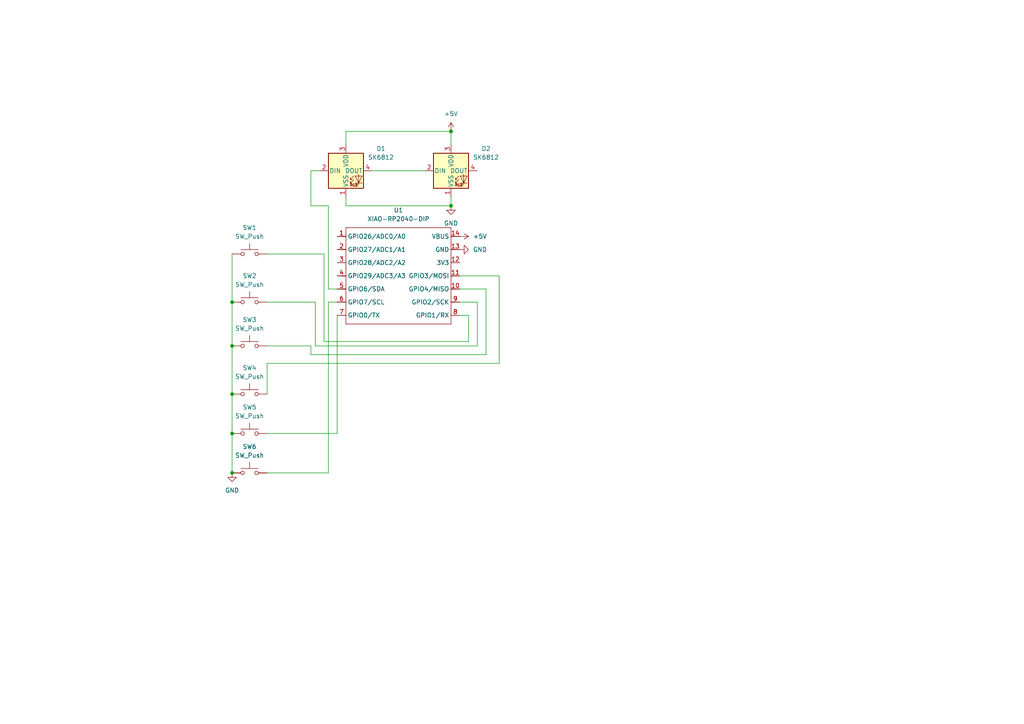
<source format=kicad_sch>
(kicad_sch
	(version 20250114)
	(generator "eeschema")
	(generator_version "9.0")
	(uuid "180e45a2-cbe3-43c9-8c2d-23fc14768ac9")
	(paper "A4")
	(lib_symbols
		(symbol "LED:SK6812"
			(pin_names
				(offset 0.254)
			)
			(exclude_from_sim no)
			(in_bom yes)
			(on_board yes)
			(property "Reference" "D"
				(at 5.08 5.715 0)
				(effects
					(font
						(size 1.27 1.27)
					)
					(justify right bottom)
				)
			)
			(property "Value" "SK6812"
				(at 1.27 -5.715 0)
				(effects
					(font
						(size 1.27 1.27)
					)
					(justify left top)
				)
			)
			(property "Footprint" "LED_SMD:LED_SK6812_PLCC4_5.0x5.0mm_P3.2mm"
				(at 1.27 -7.62 0)
				(effects
					(font
						(size 1.27 1.27)
					)
					(justify left top)
					(hide yes)
				)
			)
			(property "Datasheet" "https://cdn-shop.adafruit.com/product-files/1138/SK6812+LED+datasheet+.pdf"
				(at 2.54 -9.525 0)
				(effects
					(font
						(size 1.27 1.27)
					)
					(justify left top)
					(hide yes)
				)
			)
			(property "Description" "RGB LED with integrated controller"
				(at 0 0 0)
				(effects
					(font
						(size 1.27 1.27)
					)
					(hide yes)
				)
			)
			(property "ki_keywords" "RGB LED NeoPixel addressable"
				(at 0 0 0)
				(effects
					(font
						(size 1.27 1.27)
					)
					(hide yes)
				)
			)
			(property "ki_fp_filters" "LED*SK6812*PLCC*5.0x5.0mm*P3.2mm*"
				(at 0 0 0)
				(effects
					(font
						(size 1.27 1.27)
					)
					(hide yes)
				)
			)
			(symbol "SK6812_0_0"
				(text "RGB"
					(at 2.286 -4.191 0)
					(effects
						(font
							(size 0.762 0.762)
						)
					)
				)
			)
			(symbol "SK6812_0_1"
				(polyline
					(pts
						(xy 1.27 -2.54) (xy 1.778 -2.54)
					)
					(stroke
						(width 0)
						(type default)
					)
					(fill
						(type none)
					)
				)
				(polyline
					(pts
						(xy 1.27 -3.556) (xy 1.778 -3.556)
					)
					(stroke
						(width 0)
						(type default)
					)
					(fill
						(type none)
					)
				)
				(polyline
					(pts
						(xy 2.286 -1.524) (xy 1.27 -2.54) (xy 1.27 -2.032)
					)
					(stroke
						(width 0)
						(type default)
					)
					(fill
						(type none)
					)
				)
				(polyline
					(pts
						(xy 2.286 -2.54) (xy 1.27 -3.556) (xy 1.27 -3.048)
					)
					(stroke
						(width 0)
						(type default)
					)
					(fill
						(type none)
					)
				)
				(polyline
					(pts
						(xy 3.683 -1.016) (xy 3.683 -3.556) (xy 3.683 -4.064)
					)
					(stroke
						(width 0)
						(type default)
					)
					(fill
						(type none)
					)
				)
				(polyline
					(pts
						(xy 4.699 -1.524) (xy 2.667 -1.524) (xy 3.683 -3.556) (xy 4.699 -1.524)
					)
					(stroke
						(width 0)
						(type default)
					)
					(fill
						(type none)
					)
				)
				(polyline
					(pts
						(xy 4.699 -3.556) (xy 2.667 -3.556)
					)
					(stroke
						(width 0)
						(type default)
					)
					(fill
						(type none)
					)
				)
				(rectangle
					(start 5.08 5.08)
					(end -5.08 -5.08)
					(stroke
						(width 0.254)
						(type default)
					)
					(fill
						(type background)
					)
				)
			)
			(symbol "SK6812_1_1"
				(pin input line
					(at -7.62 0 0)
					(length 2.54)
					(name "DIN"
						(effects
							(font
								(size 1.27 1.27)
							)
						)
					)
					(number "2"
						(effects
							(font
								(size 1.27 1.27)
							)
						)
					)
				)
				(pin power_in line
					(at 0 7.62 270)
					(length 2.54)
					(name "VDD"
						(effects
							(font
								(size 1.27 1.27)
							)
						)
					)
					(number "3"
						(effects
							(font
								(size 1.27 1.27)
							)
						)
					)
				)
				(pin power_in line
					(at 0 -7.62 90)
					(length 2.54)
					(name "VSS"
						(effects
							(font
								(size 1.27 1.27)
							)
						)
					)
					(number "1"
						(effects
							(font
								(size 1.27 1.27)
							)
						)
					)
				)
				(pin output line
					(at 7.62 0 180)
					(length 2.54)
					(name "DOUT"
						(effects
							(font
								(size 1.27 1.27)
							)
						)
					)
					(number "4"
						(effects
							(font
								(size 1.27 1.27)
							)
						)
					)
				)
			)
			(embedded_fonts no)
		)
		(symbol "OPL Library:XIAO-RP2040-DIP"
			(exclude_from_sim no)
			(in_bom yes)
			(on_board yes)
			(property "Reference" "U"
				(at 0 0 0)
				(effects
					(font
						(size 1.27 1.27)
					)
				)
			)
			(property "Value" "XIAO-RP2040-DIP"
				(at 5.334 -1.778 0)
				(effects
					(font
						(size 1.27 1.27)
					)
				)
			)
			(property "Footprint" "Module:MOUDLE14P-XIAO-DIP-SMD"
				(at 14.478 -32.258 0)
				(effects
					(font
						(size 1.27 1.27)
					)
					(hide yes)
				)
			)
			(property "Datasheet" ""
				(at 0 0 0)
				(effects
					(font
						(size 1.27 1.27)
					)
					(hide yes)
				)
			)
			(property "Description" ""
				(at 0 0 0)
				(effects
					(font
						(size 1.27 1.27)
					)
					(hide yes)
				)
			)
			(symbol "XIAO-RP2040-DIP_1_0"
				(polyline
					(pts
						(xy -1.27 -2.54) (xy 29.21 -2.54)
					)
					(stroke
						(width 0.1524)
						(type solid)
					)
					(fill
						(type none)
					)
				)
				(polyline
					(pts
						(xy -1.27 -5.08) (xy -2.54 -5.08)
					)
					(stroke
						(width 0.1524)
						(type solid)
					)
					(fill
						(type none)
					)
				)
				(polyline
					(pts
						(xy -1.27 -5.08) (xy -1.27 -2.54)
					)
					(stroke
						(width 0.1524)
						(type solid)
					)
					(fill
						(type none)
					)
				)
				(polyline
					(pts
						(xy -1.27 -8.89) (xy -2.54 -8.89)
					)
					(stroke
						(width 0.1524)
						(type solid)
					)
					(fill
						(type none)
					)
				)
				(polyline
					(pts
						(xy -1.27 -8.89) (xy -1.27 -5.08)
					)
					(stroke
						(width 0.1524)
						(type solid)
					)
					(fill
						(type none)
					)
				)
				(polyline
					(pts
						(xy -1.27 -12.7) (xy -2.54 -12.7)
					)
					(stroke
						(width 0.1524)
						(type solid)
					)
					(fill
						(type none)
					)
				)
				(polyline
					(pts
						(xy -1.27 -12.7) (xy -1.27 -8.89)
					)
					(stroke
						(width 0.1524)
						(type solid)
					)
					(fill
						(type none)
					)
				)
				(polyline
					(pts
						(xy -1.27 -16.51) (xy -2.54 -16.51)
					)
					(stroke
						(width 0.1524)
						(type solid)
					)
					(fill
						(type none)
					)
				)
				(polyline
					(pts
						(xy -1.27 -16.51) (xy -1.27 -12.7)
					)
					(stroke
						(width 0.1524)
						(type solid)
					)
					(fill
						(type none)
					)
				)
				(polyline
					(pts
						(xy -1.27 -20.32) (xy -2.54 -20.32)
					)
					(stroke
						(width 0.1524)
						(type solid)
					)
					(fill
						(type none)
					)
				)
				(polyline
					(pts
						(xy -1.27 -24.13) (xy -2.54 -24.13)
					)
					(stroke
						(width 0.1524)
						(type solid)
					)
					(fill
						(type none)
					)
				)
				(polyline
					(pts
						(xy -1.27 -27.94) (xy -2.54 -27.94)
					)
					(stroke
						(width 0.1524)
						(type solid)
					)
					(fill
						(type none)
					)
				)
				(polyline
					(pts
						(xy -1.27 -30.48) (xy -1.27 -16.51)
					)
					(stroke
						(width 0.1524)
						(type solid)
					)
					(fill
						(type none)
					)
				)
				(polyline
					(pts
						(xy 29.21 -2.54) (xy 29.21 -5.08)
					)
					(stroke
						(width 0.1524)
						(type solid)
					)
					(fill
						(type none)
					)
				)
				(polyline
					(pts
						(xy 29.21 -5.08) (xy 29.21 -8.89)
					)
					(stroke
						(width 0.1524)
						(type solid)
					)
					(fill
						(type none)
					)
				)
				(polyline
					(pts
						(xy 29.21 -8.89) (xy 29.21 -12.7)
					)
					(stroke
						(width 0.1524)
						(type solid)
					)
					(fill
						(type none)
					)
				)
				(polyline
					(pts
						(xy 29.21 -12.7) (xy 29.21 -30.48)
					)
					(stroke
						(width 0.1524)
						(type solid)
					)
					(fill
						(type none)
					)
				)
				(polyline
					(pts
						(xy 29.21 -30.48) (xy -1.27 -30.48)
					)
					(stroke
						(width 0.1524)
						(type solid)
					)
					(fill
						(type none)
					)
				)
				(polyline
					(pts
						(xy 30.48 -5.08) (xy 29.21 -5.08)
					)
					(stroke
						(width 0.1524)
						(type solid)
					)
					(fill
						(type none)
					)
				)
				(polyline
					(pts
						(xy 30.48 -8.89) (xy 29.21 -8.89)
					)
					(stroke
						(width 0.1524)
						(type solid)
					)
					(fill
						(type none)
					)
				)
				(polyline
					(pts
						(xy 30.48 -12.7) (xy 29.21 -12.7)
					)
					(stroke
						(width 0.1524)
						(type solid)
					)
					(fill
						(type none)
					)
				)
				(polyline
					(pts
						(xy 30.48 -16.51) (xy 29.21 -16.51)
					)
					(stroke
						(width 0.1524)
						(type solid)
					)
					(fill
						(type none)
					)
				)
				(polyline
					(pts
						(xy 30.48 -20.32) (xy 29.21 -20.32)
					)
					(stroke
						(width 0.1524)
						(type solid)
					)
					(fill
						(type none)
					)
				)
				(polyline
					(pts
						(xy 30.48 -24.13) (xy 29.21 -24.13)
					)
					(stroke
						(width 0.1524)
						(type solid)
					)
					(fill
						(type none)
					)
				)
				(polyline
					(pts
						(xy 30.48 -27.94) (xy 29.21 -27.94)
					)
					(stroke
						(width 0.1524)
						(type solid)
					)
					(fill
						(type none)
					)
				)
				(pin passive line
					(at -3.81 -5.08 0)
					(length 2.54)
					(name "GPIO26/ADC0/A0"
						(effects
							(font
								(size 1.27 1.27)
							)
						)
					)
					(number "1"
						(effects
							(font
								(size 1.27 1.27)
							)
						)
					)
				)
				(pin passive line
					(at -3.81 -8.89 0)
					(length 2.54)
					(name "GPIO27/ADC1/A1"
						(effects
							(font
								(size 1.27 1.27)
							)
						)
					)
					(number "2"
						(effects
							(font
								(size 1.27 1.27)
							)
						)
					)
				)
				(pin passive line
					(at -3.81 -12.7 0)
					(length 2.54)
					(name "GPIO28/ADC2/A2"
						(effects
							(font
								(size 1.27 1.27)
							)
						)
					)
					(number "3"
						(effects
							(font
								(size 1.27 1.27)
							)
						)
					)
				)
				(pin passive line
					(at -3.81 -16.51 0)
					(length 2.54)
					(name "GPIO29/ADC3/A3"
						(effects
							(font
								(size 1.27 1.27)
							)
						)
					)
					(number "4"
						(effects
							(font
								(size 1.27 1.27)
							)
						)
					)
				)
				(pin passive line
					(at -3.81 -20.32 0)
					(length 2.54)
					(name "GPIO6/SDA"
						(effects
							(font
								(size 1.27 1.27)
							)
						)
					)
					(number "5"
						(effects
							(font
								(size 1.27 1.27)
							)
						)
					)
				)
				(pin passive line
					(at -3.81 -24.13 0)
					(length 2.54)
					(name "GPIO7/SCL"
						(effects
							(font
								(size 1.27 1.27)
							)
						)
					)
					(number "6"
						(effects
							(font
								(size 1.27 1.27)
							)
						)
					)
				)
				(pin passive line
					(at -3.81 -27.94 0)
					(length 2.54)
					(name "GPIO0/TX"
						(effects
							(font
								(size 1.27 1.27)
							)
						)
					)
					(number "7"
						(effects
							(font
								(size 1.27 1.27)
							)
						)
					)
				)
				(pin passive line
					(at 31.75 -5.08 180)
					(length 2.54)
					(name "VBUS"
						(effects
							(font
								(size 1.27 1.27)
							)
						)
					)
					(number "14"
						(effects
							(font
								(size 1.27 1.27)
							)
						)
					)
				)
				(pin passive line
					(at 31.75 -8.89 180)
					(length 2.54)
					(name "GND"
						(effects
							(font
								(size 1.27 1.27)
							)
						)
					)
					(number "13"
						(effects
							(font
								(size 1.27 1.27)
							)
						)
					)
				)
				(pin passive line
					(at 31.75 -12.7 180)
					(length 2.54)
					(name "3V3"
						(effects
							(font
								(size 1.27 1.27)
							)
						)
					)
					(number "12"
						(effects
							(font
								(size 1.27 1.27)
							)
						)
					)
				)
				(pin passive line
					(at 31.75 -16.51 180)
					(length 2.54)
					(name "GPIO3/MOSI"
						(effects
							(font
								(size 1.27 1.27)
							)
						)
					)
					(number "11"
						(effects
							(font
								(size 1.27 1.27)
							)
						)
					)
				)
				(pin passive line
					(at 31.75 -20.32 180)
					(length 2.54)
					(name "GPIO4/MISO"
						(effects
							(font
								(size 1.27 1.27)
							)
						)
					)
					(number "10"
						(effects
							(font
								(size 1.27 1.27)
							)
						)
					)
				)
				(pin passive line
					(at 31.75 -24.13 180)
					(length 2.54)
					(name "GPIO2/SCK"
						(effects
							(font
								(size 1.27 1.27)
							)
						)
					)
					(number "9"
						(effects
							(font
								(size 1.27 1.27)
							)
						)
					)
				)
				(pin passive line
					(at 31.75 -27.94 180)
					(length 2.54)
					(name "GPIO1/RX"
						(effects
							(font
								(size 1.27 1.27)
							)
						)
					)
					(number "8"
						(effects
							(font
								(size 1.27 1.27)
							)
						)
					)
				)
			)
			(embedded_fonts no)
		)
		(symbol "Switch:SW_Push"
			(pin_numbers
				(hide yes)
			)
			(pin_names
				(offset 1.016)
				(hide yes)
			)
			(exclude_from_sim no)
			(in_bom yes)
			(on_board yes)
			(property "Reference" "SW"
				(at 1.27 2.54 0)
				(effects
					(font
						(size 1.27 1.27)
					)
					(justify left)
				)
			)
			(property "Value" "SW_Push"
				(at 0 -1.524 0)
				(effects
					(font
						(size 1.27 1.27)
					)
				)
			)
			(property "Footprint" ""
				(at 0 5.08 0)
				(effects
					(font
						(size 1.27 1.27)
					)
					(hide yes)
				)
			)
			(property "Datasheet" "~"
				(at 0 5.08 0)
				(effects
					(font
						(size 1.27 1.27)
					)
					(hide yes)
				)
			)
			(property "Description" "Push button switch, generic, two pins"
				(at 0 0 0)
				(effects
					(font
						(size 1.27 1.27)
					)
					(hide yes)
				)
			)
			(property "ki_keywords" "switch normally-open pushbutton push-button"
				(at 0 0 0)
				(effects
					(font
						(size 1.27 1.27)
					)
					(hide yes)
				)
			)
			(symbol "SW_Push_0_1"
				(circle
					(center -2.032 0)
					(radius 0.508)
					(stroke
						(width 0)
						(type default)
					)
					(fill
						(type none)
					)
				)
				(polyline
					(pts
						(xy 0 1.27) (xy 0 3.048)
					)
					(stroke
						(width 0)
						(type default)
					)
					(fill
						(type none)
					)
				)
				(circle
					(center 2.032 0)
					(radius 0.508)
					(stroke
						(width 0)
						(type default)
					)
					(fill
						(type none)
					)
				)
				(polyline
					(pts
						(xy 2.54 1.27) (xy -2.54 1.27)
					)
					(stroke
						(width 0)
						(type default)
					)
					(fill
						(type none)
					)
				)
				(pin passive line
					(at -5.08 0 0)
					(length 2.54)
					(name "1"
						(effects
							(font
								(size 1.27 1.27)
							)
						)
					)
					(number "1"
						(effects
							(font
								(size 1.27 1.27)
							)
						)
					)
				)
				(pin passive line
					(at 5.08 0 180)
					(length 2.54)
					(name "2"
						(effects
							(font
								(size 1.27 1.27)
							)
						)
					)
					(number "2"
						(effects
							(font
								(size 1.27 1.27)
							)
						)
					)
				)
			)
			(embedded_fonts no)
		)
		(symbol "power:+5V"
			(power)
			(pin_numbers
				(hide yes)
			)
			(pin_names
				(offset 0)
				(hide yes)
			)
			(exclude_from_sim no)
			(in_bom yes)
			(on_board yes)
			(property "Reference" "#PWR"
				(at 0 -3.81 0)
				(effects
					(font
						(size 1.27 1.27)
					)
					(hide yes)
				)
			)
			(property "Value" "+5V"
				(at 0 3.556 0)
				(effects
					(font
						(size 1.27 1.27)
					)
				)
			)
			(property "Footprint" ""
				(at 0 0 0)
				(effects
					(font
						(size 1.27 1.27)
					)
					(hide yes)
				)
			)
			(property "Datasheet" ""
				(at 0 0 0)
				(effects
					(font
						(size 1.27 1.27)
					)
					(hide yes)
				)
			)
			(property "Description" "Power symbol creates a global label with name \"+5V\""
				(at 0 0 0)
				(effects
					(font
						(size 1.27 1.27)
					)
					(hide yes)
				)
			)
			(property "ki_keywords" "global power"
				(at 0 0 0)
				(effects
					(font
						(size 1.27 1.27)
					)
					(hide yes)
				)
			)
			(symbol "+5V_0_1"
				(polyline
					(pts
						(xy -0.762 1.27) (xy 0 2.54)
					)
					(stroke
						(width 0)
						(type default)
					)
					(fill
						(type none)
					)
				)
				(polyline
					(pts
						(xy 0 2.54) (xy 0.762 1.27)
					)
					(stroke
						(width 0)
						(type default)
					)
					(fill
						(type none)
					)
				)
				(polyline
					(pts
						(xy 0 0) (xy 0 2.54)
					)
					(stroke
						(width 0)
						(type default)
					)
					(fill
						(type none)
					)
				)
			)
			(symbol "+5V_1_1"
				(pin power_in line
					(at 0 0 90)
					(length 0)
					(name "~"
						(effects
							(font
								(size 1.27 1.27)
							)
						)
					)
					(number "1"
						(effects
							(font
								(size 1.27 1.27)
							)
						)
					)
				)
			)
			(embedded_fonts no)
		)
		(symbol "power:GND"
			(power)
			(pin_numbers
				(hide yes)
			)
			(pin_names
				(offset 0)
				(hide yes)
			)
			(exclude_from_sim no)
			(in_bom yes)
			(on_board yes)
			(property "Reference" "#PWR"
				(at 0 -6.35 0)
				(effects
					(font
						(size 1.27 1.27)
					)
					(hide yes)
				)
			)
			(property "Value" "GND"
				(at 0 -3.81 0)
				(effects
					(font
						(size 1.27 1.27)
					)
				)
			)
			(property "Footprint" ""
				(at 0 0 0)
				(effects
					(font
						(size 1.27 1.27)
					)
					(hide yes)
				)
			)
			(property "Datasheet" ""
				(at 0 0 0)
				(effects
					(font
						(size 1.27 1.27)
					)
					(hide yes)
				)
			)
			(property "Description" "Power symbol creates a global label with name \"GND\" , ground"
				(at 0 0 0)
				(effects
					(font
						(size 1.27 1.27)
					)
					(hide yes)
				)
			)
			(property "ki_keywords" "global power"
				(at 0 0 0)
				(effects
					(font
						(size 1.27 1.27)
					)
					(hide yes)
				)
			)
			(symbol "GND_0_1"
				(polyline
					(pts
						(xy 0 0) (xy 0 -1.27) (xy 1.27 -1.27) (xy 0 -2.54) (xy -1.27 -1.27) (xy 0 -1.27)
					)
					(stroke
						(width 0)
						(type default)
					)
					(fill
						(type none)
					)
				)
			)
			(symbol "GND_1_1"
				(pin power_in line
					(at 0 0 270)
					(length 0)
					(name "~"
						(effects
							(font
								(size 1.27 1.27)
							)
						)
					)
					(number "1"
						(effects
							(font
								(size 1.27 1.27)
							)
						)
					)
				)
			)
			(embedded_fonts no)
		)
	)
	(junction
		(at 67.31 137.16)
		(diameter 0)
		(color 0 0 0 0)
		(uuid "09a437d6-fa4d-4cda-9b56-5104d53f0d14")
	)
	(junction
		(at 67.31 114.3)
		(diameter 0)
		(color 0 0 0 0)
		(uuid "14c5aa6a-2441-4f5b-ac06-286cc2a22a66")
	)
	(junction
		(at 67.31 100.33)
		(diameter 0)
		(color 0 0 0 0)
		(uuid "51383e39-fbfd-4e9c-80b1-bc7b067152f9")
	)
	(junction
		(at 130.81 59.69)
		(diameter 0)
		(color 0 0 0 0)
		(uuid "7aed44ba-04cf-4252-90c7-447fcf44ba83")
	)
	(junction
		(at 67.31 87.63)
		(diameter 0)
		(color 0 0 0 0)
		(uuid "81fdc88c-7c54-42fd-a74e-fcfbba36faa2")
	)
	(junction
		(at 67.31 125.73)
		(diameter 0)
		(color 0 0 0 0)
		(uuid "f2ecb6d4-f5e3-4586-9810-e598a51724b4")
	)
	(junction
		(at 130.81 38.1)
		(diameter 0)
		(color 0 0 0 0)
		(uuid "ff9ef703-d155-4c37-a443-da1f4cf22454")
	)
	(wire
		(pts
			(xy 77.47 137.16) (xy 95.25 137.16)
		)
		(stroke
			(width 0)
			(type default)
		)
		(uuid "00c4a9d8-3962-43bb-a806-849b7a1f7b5e")
	)
	(wire
		(pts
			(xy 95.25 87.63) (xy 97.79 87.63)
		)
		(stroke
			(width 0)
			(type default)
		)
		(uuid "1322ee6f-7e6d-491d-97ee-1abe4b936cdb")
	)
	(wire
		(pts
			(xy 130.81 59.69) (xy 100.33 59.69)
		)
		(stroke
			(width 0)
			(type default)
		)
		(uuid "1c019dd9-73d8-4ec2-bc14-3e6e62face0b")
	)
	(wire
		(pts
			(xy 130.81 57.15) (xy 130.81 59.69)
		)
		(stroke
			(width 0)
			(type default)
		)
		(uuid "2132840e-8ed4-4ade-a208-90ed81fc1dda")
	)
	(wire
		(pts
			(xy 77.47 114.3) (xy 77.47 105.41)
		)
		(stroke
			(width 0)
			(type default)
		)
		(uuid "24c650cb-98fd-465a-a29e-54e84fa188be")
	)
	(wire
		(pts
			(xy 95.25 59.69) (xy 90.17 59.69)
		)
		(stroke
			(width 0)
			(type default)
		)
		(uuid "2503f6a8-21b0-4e81-9252-cd5238d50712")
	)
	(wire
		(pts
			(xy 93.98 73.66) (xy 77.47 73.66)
		)
		(stroke
			(width 0)
			(type default)
		)
		(uuid "2593524b-28b5-4852-9e88-51263c539a72")
	)
	(wire
		(pts
			(xy 144.78 80.01) (xy 133.35 80.01)
		)
		(stroke
			(width 0)
			(type default)
		)
		(uuid "28f66a65-8aba-427b-9152-ce73ee2f154b")
	)
	(wire
		(pts
			(xy 67.31 114.3) (xy 67.31 125.73)
		)
		(stroke
			(width 0)
			(type default)
		)
		(uuid "29ac66fd-7a07-43b4-a80c-c8237a3ce1e7")
	)
	(wire
		(pts
			(xy 90.17 100.33) (xy 90.17 102.87)
		)
		(stroke
			(width 0)
			(type default)
		)
		(uuid "3a44011e-4ab8-4f7e-a71b-41b36c0fee78")
	)
	(wire
		(pts
			(xy 144.78 105.41) (xy 144.78 80.01)
		)
		(stroke
			(width 0)
			(type default)
		)
		(uuid "3bbb4ee3-a95c-4d63-887f-2b2cc8598887")
	)
	(wire
		(pts
			(xy 67.31 73.66) (xy 67.31 87.63)
		)
		(stroke
			(width 0)
			(type default)
		)
		(uuid "4182cc59-8fb5-435b-8659-807742d79deb")
	)
	(wire
		(pts
			(xy 138.43 100.33) (xy 138.43 87.63)
		)
		(stroke
			(width 0)
			(type default)
		)
		(uuid "5465c3b4-093f-4206-92b2-6073d7723a49")
	)
	(wire
		(pts
			(xy 107.95 49.53) (xy 123.19 49.53)
		)
		(stroke
			(width 0)
			(type default)
		)
		(uuid "5ceff534-61d5-4c1f-bb6d-d85fac76bc6a")
	)
	(wire
		(pts
			(xy 100.33 41.91) (xy 100.33 38.1)
		)
		(stroke
			(width 0)
			(type default)
		)
		(uuid "5e527364-fbd9-4ebb-82d1-c4b7f9aa9086")
	)
	(wire
		(pts
			(xy 95.25 137.16) (xy 95.25 87.63)
		)
		(stroke
			(width 0)
			(type default)
		)
		(uuid "6457dd68-a521-4b19-bead-1f636e2c6561")
	)
	(wire
		(pts
			(xy 93.98 99.06) (xy 135.89 99.06)
		)
		(stroke
			(width 0)
			(type default)
		)
		(uuid "64b5c1bf-b1e2-4845-ac0f-2679fca7912e")
	)
	(wire
		(pts
			(xy 95.25 83.82) (xy 95.25 59.69)
		)
		(stroke
			(width 0)
			(type default)
		)
		(uuid "6f18bed0-5500-4a47-8e97-712a5011d03a")
	)
	(wire
		(pts
			(xy 91.44 100.33) (xy 138.43 100.33)
		)
		(stroke
			(width 0)
			(type default)
		)
		(uuid "709cf889-6ccc-43e4-9125-b22232082f90")
	)
	(wire
		(pts
			(xy 93.98 73.66) (xy 93.98 99.06)
		)
		(stroke
			(width 0)
			(type default)
		)
		(uuid "7243bd00-d7b1-477f-a1f1-470dbcf10bc6")
	)
	(wire
		(pts
			(xy 135.89 91.44) (xy 133.35 91.44)
		)
		(stroke
			(width 0)
			(type default)
		)
		(uuid "730eb410-77f6-4d52-9d41-d7f54aab6da8")
	)
	(wire
		(pts
			(xy 140.97 102.87) (xy 140.97 83.82)
		)
		(stroke
			(width 0)
			(type default)
		)
		(uuid "7ca4d67a-a556-4a01-a548-4886900ebb3a")
	)
	(wire
		(pts
			(xy 135.89 99.06) (xy 135.89 91.44)
		)
		(stroke
			(width 0)
			(type default)
		)
		(uuid "807ce7d2-ca12-49bd-b6d0-3cb5aec43752")
	)
	(wire
		(pts
			(xy 90.17 102.87) (xy 140.97 102.87)
		)
		(stroke
			(width 0)
			(type default)
		)
		(uuid "919ea5b6-4619-4cc7-beef-80d2f4aaa7fb")
	)
	(wire
		(pts
			(xy 97.79 83.82) (xy 95.25 83.82)
		)
		(stroke
			(width 0)
			(type default)
		)
		(uuid "9241fc75-7d7e-46cd-984e-4954c08ee960")
	)
	(wire
		(pts
			(xy 97.79 125.73) (xy 97.79 91.44)
		)
		(stroke
			(width 0)
			(type default)
		)
		(uuid "9b877506-87f8-4dae-a4b7-f89117e3ccf6")
	)
	(wire
		(pts
			(xy 133.35 87.63) (xy 138.43 87.63)
		)
		(stroke
			(width 0)
			(type default)
		)
		(uuid "a0e956ac-36ee-4ab1-aa75-bfcb15788477")
	)
	(wire
		(pts
			(xy 77.47 105.41) (xy 144.78 105.41)
		)
		(stroke
			(width 0)
			(type default)
		)
		(uuid "a98d2e22-9a0b-4426-861f-4ec8c22fe210")
	)
	(wire
		(pts
			(xy 90.17 59.69) (xy 90.17 49.53)
		)
		(stroke
			(width 0)
			(type default)
		)
		(uuid "ab9b754c-65ff-40e2-8f13-475eb4257454")
	)
	(wire
		(pts
			(xy 91.44 87.63) (xy 91.44 100.33)
		)
		(stroke
			(width 0)
			(type default)
		)
		(uuid "af448ae3-5af4-4f5c-ab57-37df7343efe7")
	)
	(wire
		(pts
			(xy 133.35 83.82) (xy 140.97 83.82)
		)
		(stroke
			(width 0)
			(type default)
		)
		(uuid "b7525082-e9b5-4df5-b6bc-77ff76731917")
	)
	(wire
		(pts
			(xy 67.31 114.3) (xy 67.31 100.33)
		)
		(stroke
			(width 0)
			(type default)
		)
		(uuid "c563ef4d-406a-4263-ba4a-811f0fe2f869")
	)
	(wire
		(pts
			(xy 130.81 38.1) (xy 130.81 41.91)
		)
		(stroke
			(width 0)
			(type default)
		)
		(uuid "cb4664a7-af8d-40e7-81f6-37dd910d6adb")
	)
	(wire
		(pts
			(xy 77.47 125.73) (xy 97.79 125.73)
		)
		(stroke
			(width 0)
			(type default)
		)
		(uuid "cb7dc32d-19dd-46b3-9aab-cc13c79bf06c")
	)
	(wire
		(pts
			(xy 100.33 38.1) (xy 130.81 38.1)
		)
		(stroke
			(width 0)
			(type default)
		)
		(uuid "cb84408b-0074-4d63-bf37-3db95eb45cba")
	)
	(wire
		(pts
			(xy 77.47 87.63) (xy 91.44 87.63)
		)
		(stroke
			(width 0)
			(type default)
		)
		(uuid "d51fa08d-71a0-49b3-a812-427b329eb045")
	)
	(wire
		(pts
			(xy 67.31 87.63) (xy 67.31 100.33)
		)
		(stroke
			(width 0)
			(type default)
		)
		(uuid "da90e6a6-e616-4e34-835c-60caacb995b8")
	)
	(wire
		(pts
			(xy 90.17 49.53) (xy 92.71 49.53)
		)
		(stroke
			(width 0)
			(type default)
		)
		(uuid "df3fed34-e972-4b0e-a80b-23ac6500a1eb")
	)
	(wire
		(pts
			(xy 77.47 100.33) (xy 90.17 100.33)
		)
		(stroke
			(width 0)
			(type default)
		)
		(uuid "e021af35-ed94-4a1d-a3b0-b812dcf8ca06")
	)
	(wire
		(pts
			(xy 100.33 57.15) (xy 100.33 59.69)
		)
		(stroke
			(width 0)
			(type default)
		)
		(uuid "ebb98d26-7af5-4341-a579-7c03593ecf19")
	)
	(wire
		(pts
			(xy 67.31 137.16) (xy 67.31 125.73)
		)
		(stroke
			(width 0)
			(type default)
		)
		(uuid "f4d6a1bb-0d63-4132-8fe6-dff6cfa77d29")
	)
	(symbol
		(lib_id "power:GND")
		(at 67.31 137.16 0)
		(unit 1)
		(exclude_from_sim no)
		(in_bom yes)
		(on_board yes)
		(dnp no)
		(fields_autoplaced yes)
		(uuid "018c2c6d-09f7-4e45-902b-fe6040592bec")
		(property "Reference" "#PWR03"
			(at 67.31 143.51 0)
			(effects
				(font
					(size 1.27 1.27)
				)
				(hide yes)
			)
		)
		(property "Value" "GND"
			(at 67.31 142.24 0)
			(effects
				(font
					(size 1.27 1.27)
				)
			)
		)
		(property "Footprint" ""
			(at 67.31 137.16 0)
			(effects
				(font
					(size 1.27 1.27)
				)
				(hide yes)
			)
		)
		(property "Datasheet" ""
			(at 67.31 137.16 0)
			(effects
				(font
					(size 1.27 1.27)
				)
				(hide yes)
			)
		)
		(property "Description" "Power symbol creates a global label with name \"GND\" , ground"
			(at 67.31 137.16 0)
			(effects
				(font
					(size 1.27 1.27)
				)
				(hide yes)
			)
		)
		(pin "1"
			(uuid "0c16ee7e-d96d-44ce-8ecb-dcdfd2016f6b")
		)
		(instances
			(project ""
				(path "/180e45a2-cbe3-43c9-8c2d-23fc14768ac9"
					(reference "#PWR03")
					(unit 1)
				)
			)
		)
	)
	(symbol
		(lib_id "Switch:SW_Push")
		(at 72.39 114.3 0)
		(unit 1)
		(exclude_from_sim no)
		(in_bom yes)
		(on_board yes)
		(dnp no)
		(fields_autoplaced yes)
		(uuid "02b61dfa-221d-4ea7-82ac-2bd40222f48e")
		(property "Reference" "SW4"
			(at 72.39 106.68 0)
			(effects
				(font
					(size 1.27 1.27)
				)
			)
		)
		(property "Value" "SW_Push"
			(at 72.39 109.22 0)
			(effects
				(font
					(size 1.27 1.27)
				)
			)
		)
		(property "Footprint" "Button_Switch_Keyboard:SW_Cherry_MX_1.00u_PCB"
			(at 72.39 109.22 0)
			(effects
				(font
					(size 1.27 1.27)
				)
				(hide yes)
			)
		)
		(property "Datasheet" "~"
			(at 72.39 109.22 0)
			(effects
				(font
					(size 1.27 1.27)
				)
				(hide yes)
			)
		)
		(property "Description" "Push button switch, generic, two pins"
			(at 72.39 114.3 0)
			(effects
				(font
					(size 1.27 1.27)
				)
				(hide yes)
			)
		)
		(pin "2"
			(uuid "0535fc71-075d-445b-8998-f8b3e52b9c0c")
		)
		(pin "1"
			(uuid "9b944d4d-a70d-477f-8850-baa1bd3dd293")
		)
		(instances
			(project ""
				(path "/180e45a2-cbe3-43c9-8c2d-23fc14768ac9"
					(reference "SW4")
					(unit 1)
				)
			)
		)
	)
	(symbol
		(lib_id "LED:SK6812")
		(at 100.33 49.53 0)
		(unit 1)
		(exclude_from_sim no)
		(in_bom yes)
		(on_board yes)
		(dnp no)
		(fields_autoplaced yes)
		(uuid "11f1c95c-6ea3-436d-a0d3-4ad02e5543b0")
		(property "Reference" "D1"
			(at 110.49 43.1098 0)
			(effects
				(font
					(size 1.27 1.27)
				)
			)
		)
		(property "Value" "SK6812"
			(at 110.49 45.6498 0)
			(effects
				(font
					(size 1.27 1.27)
				)
			)
		)
		(property "Footprint" "LED_SMD:LED_SK6812MINI_PLCC4_3.5x3.5mm_P1.75mm"
			(at 101.6 57.15 0)
			(effects
				(font
					(size 1.27 1.27)
				)
				(justify left top)
				(hide yes)
			)
		)
		(property "Datasheet" "https://cdn-shop.adafruit.com/product-files/1138/SK6812+LED+datasheet+.pdf"
			(at 102.87 59.055 0)
			(effects
				(font
					(size 1.27 1.27)
				)
				(justify left top)
				(hide yes)
			)
		)
		(property "Description" "RGB LED with integrated controller"
			(at 100.33 49.53 0)
			(effects
				(font
					(size 1.27 1.27)
				)
				(hide yes)
			)
		)
		(pin "1"
			(uuid "3b20315d-29e3-4d90-bdc7-2c2fee28ce9c")
		)
		(pin "2"
			(uuid "6bc42e89-eac7-4ec4-9d23-9729a57cb98e")
		)
		(pin "3"
			(uuid "26a752cd-f3eb-495e-b0f9-daca712066fa")
		)
		(pin "4"
			(uuid "2983bba5-d9f1-46e8-a018-b98e945d0890")
		)
		(instances
			(project ""
				(path "/180e45a2-cbe3-43c9-8c2d-23fc14768ac9"
					(reference "D1")
					(unit 1)
				)
			)
		)
	)
	(symbol
		(lib_id "power:+5V")
		(at 130.81 38.1 0)
		(unit 1)
		(exclude_from_sim no)
		(in_bom yes)
		(on_board yes)
		(dnp no)
		(fields_autoplaced yes)
		(uuid "3264ad38-6229-4806-8deb-404b44c87c70")
		(property "Reference" "#PWR04"
			(at 130.81 41.91 0)
			(effects
				(font
					(size 1.27 1.27)
				)
				(hide yes)
			)
		)
		(property "Value" "+5V"
			(at 130.81 33.02 0)
			(effects
				(font
					(size 1.27 1.27)
				)
			)
		)
		(property "Footprint" ""
			(at 130.81 38.1 0)
			(effects
				(font
					(size 1.27 1.27)
				)
				(hide yes)
			)
		)
		(property "Datasheet" ""
			(at 130.81 38.1 0)
			(effects
				(font
					(size 1.27 1.27)
				)
				(hide yes)
			)
		)
		(property "Description" "Power symbol creates a global label with name \"+5V\""
			(at 130.81 38.1 0)
			(effects
				(font
					(size 1.27 1.27)
				)
				(hide yes)
			)
		)
		(pin "1"
			(uuid "38cb76f6-9910-4f7e-8a28-18abd203d1f2")
		)
		(instances
			(project ""
				(path "/180e45a2-cbe3-43c9-8c2d-23fc14768ac9"
					(reference "#PWR04")
					(unit 1)
				)
			)
		)
	)
	(symbol
		(lib_id "Switch:SW_Push")
		(at 72.39 73.66 0)
		(unit 1)
		(exclude_from_sim no)
		(in_bom yes)
		(on_board yes)
		(dnp no)
		(uuid "3961c741-fd51-4d5b-8110-d3e3fb4a1dc6")
		(property "Reference" "SW1"
			(at 72.39 66.04 0)
			(effects
				(font
					(size 1.27 1.27)
				)
			)
		)
		(property "Value" "SW_Push"
			(at 72.39 68.58 0)
			(effects
				(font
					(size 1.27 1.27)
				)
			)
		)
		(property "Footprint" "Button_Switch_Keyboard:SW_Cherry_MX_1.00u_PCB"
			(at 72.39 68.58 0)
			(effects
				(font
					(size 1.27 1.27)
				)
				(hide yes)
			)
		)
		(property "Datasheet" "~"
			(at 72.39 68.58 0)
			(effects
				(font
					(size 1.27 1.27)
				)
				(hide yes)
			)
		)
		(property "Description" "Push button switch, generic, two pins"
			(at 72.39 73.66 0)
			(effects
				(font
					(size 1.27 1.27)
				)
				(hide yes)
			)
		)
		(pin "2"
			(uuid "2518a16f-6bda-49fb-bff6-d5493fa319c8")
		)
		(pin "1"
			(uuid "3202516f-1f0a-4e3a-9d53-861776d21953")
		)
		(instances
			(project ""
				(path "/180e45a2-cbe3-43c9-8c2d-23fc14768ac9"
					(reference "SW1")
					(unit 1)
				)
			)
		)
	)
	(symbol
		(lib_id "OPL Library:XIAO-RP2040-DIP")
		(at 101.6 63.5 0)
		(unit 1)
		(exclude_from_sim no)
		(in_bom yes)
		(on_board yes)
		(dnp no)
		(fields_autoplaced yes)
		(uuid "47ed52a5-8bb4-49dd-b7c3-a9a589abb539")
		(property "Reference" "U1"
			(at 115.57 60.96 0)
			(effects
				(font
					(size 1.27 1.27)
				)
			)
		)
		(property "Value" "XIAO-RP2040-DIP"
			(at 115.57 63.5 0)
			(effects
				(font
					(size 1.27 1.27)
				)
			)
		)
		(property "Footprint" "OPL Library:XIAO-RP2040-DIP"
			(at 116.078 95.758 0)
			(effects
				(font
					(size 1.27 1.27)
				)
				(hide yes)
			)
		)
		(property "Datasheet" ""
			(at 101.6 63.5 0)
			(effects
				(font
					(size 1.27 1.27)
				)
				(hide yes)
			)
		)
		(property "Description" ""
			(at 101.6 63.5 0)
			(effects
				(font
					(size 1.27 1.27)
				)
				(hide yes)
			)
		)
		(pin "3"
			(uuid "88602110-96c7-4076-be3e-4d3535e95bda")
		)
		(pin "10"
			(uuid "55a75c79-c2ae-40d8-ad7c-38cd95849025")
		)
		(pin "11"
			(uuid "17eaa1a6-dfd2-4646-bae2-763bda4ca8e6")
		)
		(pin "13"
			(uuid "f6765df3-c7a4-41bd-b706-3ac4f6266d7d")
		)
		(pin "2"
			(uuid "add9542e-8971-4ba6-aa8d-1aa1a07a0401")
		)
		(pin "4"
			(uuid "9239f926-d980-4231-b84d-1924aa8230d2")
		)
		(pin "1"
			(uuid "719bf0c2-863e-4abf-9b08-c20ab6b64fca")
		)
		(pin "7"
			(uuid "d3d58e4a-3593-4a09-bd5c-7ba61132820d")
		)
		(pin "5"
			(uuid "5277bc64-6a66-406c-a92f-3636512826f5")
		)
		(pin "6"
			(uuid "53dd0a1a-2fa0-4f40-a717-c417c8390986")
		)
		(pin "14"
			(uuid "257b9d01-c302-4c98-b0dd-b8aa3077d1c8")
		)
		(pin "12"
			(uuid "c44a2cc0-2474-4bef-b6a9-7cbf362edb54")
		)
		(pin "8"
			(uuid "fb13b26b-98d2-4947-a236-c40e7938f32e")
		)
		(pin "9"
			(uuid "94857634-95d0-4f99-b1fb-1c8d32058a3b")
		)
		(instances
			(project ""
				(path "/180e45a2-cbe3-43c9-8c2d-23fc14768ac9"
					(reference "U1")
					(unit 1)
				)
			)
		)
	)
	(symbol
		(lib_id "Switch:SW_Push")
		(at 72.39 125.73 0)
		(unit 1)
		(exclude_from_sim no)
		(in_bom yes)
		(on_board yes)
		(dnp no)
		(fields_autoplaced yes)
		(uuid "5342f419-705c-4f78-b4a4-fc3e885ae7be")
		(property "Reference" "SW5"
			(at 72.39 118.11 0)
			(effects
				(font
					(size 1.27 1.27)
				)
			)
		)
		(property "Value" "SW_Push"
			(at 72.39 120.65 0)
			(effects
				(font
					(size 1.27 1.27)
				)
			)
		)
		(property "Footprint" "Button_Switch_Keyboard:SW_Cherry_MX_1.00u_PCB"
			(at 72.39 120.65 0)
			(effects
				(font
					(size 1.27 1.27)
				)
				(hide yes)
			)
		)
		(property "Datasheet" "~"
			(at 72.39 120.65 0)
			(effects
				(font
					(size 1.27 1.27)
				)
				(hide yes)
			)
		)
		(property "Description" "Push button switch, generic, two pins"
			(at 72.39 125.73 0)
			(effects
				(font
					(size 1.27 1.27)
				)
				(hide yes)
			)
		)
		(pin "2"
			(uuid "f07affd6-778c-4cf4-b2bf-26b48f35bb28")
		)
		(pin "1"
			(uuid "8e41576e-a94f-44c3-9a35-0d3ebf536aae")
		)
		(instances
			(project "IshanMacroPad"
				(path "/180e45a2-cbe3-43c9-8c2d-23fc14768ac9"
					(reference "SW5")
					(unit 1)
				)
			)
		)
	)
	(symbol
		(lib_id "Switch:SW_Push")
		(at 72.39 137.16 0)
		(unit 1)
		(exclude_from_sim no)
		(in_bom yes)
		(on_board yes)
		(dnp no)
		(fields_autoplaced yes)
		(uuid "664911f2-fa95-4bb3-876f-d14479676d35")
		(property "Reference" "SW6"
			(at 72.39 129.54 0)
			(effects
				(font
					(size 1.27 1.27)
				)
			)
		)
		(property "Value" "SW_Push"
			(at 72.39 132.08 0)
			(effects
				(font
					(size 1.27 1.27)
				)
			)
		)
		(property "Footprint" "Button_Switch_Keyboard:SW_Cherry_MX_1.00u_PCB"
			(at 72.39 132.08 0)
			(effects
				(font
					(size 1.27 1.27)
				)
				(hide yes)
			)
		)
		(property "Datasheet" "~"
			(at 72.39 132.08 0)
			(effects
				(font
					(size 1.27 1.27)
				)
				(hide yes)
			)
		)
		(property "Description" "Push button switch, generic, two pins"
			(at 72.39 137.16 0)
			(effects
				(font
					(size 1.27 1.27)
				)
				(hide yes)
			)
		)
		(pin "2"
			(uuid "fe383df2-b904-4028-ab02-f9deb1ac3468")
		)
		(pin "1"
			(uuid "e054e90e-a6f1-455f-af64-3e72a54b324a")
		)
		(instances
			(project "IshanMacroPad"
				(path "/180e45a2-cbe3-43c9-8c2d-23fc14768ac9"
					(reference "SW6")
					(unit 1)
				)
			)
		)
	)
	(symbol
		(lib_id "power:GND")
		(at 133.35 72.39 90)
		(unit 1)
		(exclude_from_sim no)
		(in_bom yes)
		(on_board yes)
		(dnp no)
		(fields_autoplaced yes)
		(uuid "8679d88a-f45e-4671-990a-da4f114e6fe6")
		(property "Reference" "#PWR02"
			(at 139.7 72.39 0)
			(effects
				(font
					(size 1.27 1.27)
				)
				(hide yes)
			)
		)
		(property "Value" "GND"
			(at 137.16 72.3899 90)
			(effects
				(font
					(size 1.27 1.27)
				)
				(justify right)
			)
		)
		(property "Footprint" ""
			(at 133.35 72.39 0)
			(effects
				(font
					(size 1.27 1.27)
				)
				(hide yes)
			)
		)
		(property "Datasheet" ""
			(at 133.35 72.39 0)
			(effects
				(font
					(size 1.27 1.27)
				)
				(hide yes)
			)
		)
		(property "Description" "Power symbol creates a global label with name \"GND\" , ground"
			(at 133.35 72.39 0)
			(effects
				(font
					(size 1.27 1.27)
				)
				(hide yes)
			)
		)
		(pin "1"
			(uuid "3c97154d-b8c7-40ce-ba2d-484a4a19f8b4")
		)
		(instances
			(project ""
				(path "/180e45a2-cbe3-43c9-8c2d-23fc14768ac9"
					(reference "#PWR02")
					(unit 1)
				)
			)
		)
	)
	(symbol
		(lib_id "Switch:SW_Push")
		(at 72.39 100.33 0)
		(unit 1)
		(exclude_from_sim no)
		(in_bom yes)
		(on_board yes)
		(dnp no)
		(fields_autoplaced yes)
		(uuid "9f68c8b5-6eec-4593-a300-edc953e8b625")
		(property "Reference" "SW3"
			(at 72.39 92.71 0)
			(effects
				(font
					(size 1.27 1.27)
				)
			)
		)
		(property "Value" "SW_Push"
			(at 72.39 95.25 0)
			(effects
				(font
					(size 1.27 1.27)
				)
			)
		)
		(property "Footprint" "Button_Switch_Keyboard:SW_Cherry_MX_1.00u_PCB"
			(at 72.39 95.25 0)
			(effects
				(font
					(size 1.27 1.27)
				)
				(hide yes)
			)
		)
		(property "Datasheet" "~"
			(at 72.39 95.25 0)
			(effects
				(font
					(size 1.27 1.27)
				)
				(hide yes)
			)
		)
		(property "Description" "Push button switch, generic, two pins"
			(at 72.39 100.33 0)
			(effects
				(font
					(size 1.27 1.27)
				)
				(hide yes)
			)
		)
		(pin "1"
			(uuid "9b0ceace-b548-4930-b373-7e8796edc531")
		)
		(pin "2"
			(uuid "f3073073-92ef-4033-b5c8-2c0cacfc55bc")
		)
		(instances
			(project ""
				(path "/180e45a2-cbe3-43c9-8c2d-23fc14768ac9"
					(reference "SW3")
					(unit 1)
				)
			)
		)
	)
	(symbol
		(lib_id "power:+5V")
		(at 133.35 68.58 270)
		(unit 1)
		(exclude_from_sim no)
		(in_bom yes)
		(on_board yes)
		(dnp no)
		(fields_autoplaced yes)
		(uuid "a8ae2cb8-bca6-4285-9feb-de056540ad25")
		(property "Reference" "#PWR05"
			(at 129.54 68.58 0)
			(effects
				(font
					(size 1.27 1.27)
				)
				(hide yes)
			)
		)
		(property "Value" "+5V"
			(at 137.16 68.5799 90)
			(effects
				(font
					(size 1.27 1.27)
				)
				(justify left)
			)
		)
		(property "Footprint" ""
			(at 133.35 68.58 0)
			(effects
				(font
					(size 1.27 1.27)
				)
				(hide yes)
			)
		)
		(property "Datasheet" ""
			(at 133.35 68.58 0)
			(effects
				(font
					(size 1.27 1.27)
				)
				(hide yes)
			)
		)
		(property "Description" "Power symbol creates a global label with name \"+5V\""
			(at 133.35 68.58 0)
			(effects
				(font
					(size 1.27 1.27)
				)
				(hide yes)
			)
		)
		(pin "1"
			(uuid "723ce79b-6968-4c8c-b9cf-6d189c91e4bd")
		)
		(instances
			(project ""
				(path "/180e45a2-cbe3-43c9-8c2d-23fc14768ac9"
					(reference "#PWR05")
					(unit 1)
				)
			)
		)
	)
	(symbol
		(lib_id "Switch:SW_Push")
		(at 72.39 87.63 0)
		(unit 1)
		(exclude_from_sim no)
		(in_bom yes)
		(on_board yes)
		(dnp no)
		(fields_autoplaced yes)
		(uuid "b3dc1489-4256-4b0b-8418-d58954a2eeb2")
		(property "Reference" "SW2"
			(at 72.39 80.01 0)
			(effects
				(font
					(size 1.27 1.27)
				)
			)
		)
		(property "Value" "SW_Push"
			(at 72.39 82.55 0)
			(effects
				(font
					(size 1.27 1.27)
				)
			)
		)
		(property "Footprint" "Button_Switch_Keyboard:SW_Cherry_MX_1.00u_PCB"
			(at 72.39 82.55 0)
			(effects
				(font
					(size 1.27 1.27)
				)
				(hide yes)
			)
		)
		(property "Datasheet" "~"
			(at 72.39 82.55 0)
			(effects
				(font
					(size 1.27 1.27)
				)
				(hide yes)
			)
		)
		(property "Description" "Push button switch, generic, two pins"
			(at 72.39 87.63 0)
			(effects
				(font
					(size 1.27 1.27)
				)
				(hide yes)
			)
		)
		(pin "1"
			(uuid "4dfc6ad8-6c62-49a1-96b8-415118efb739")
		)
		(pin "2"
			(uuid "0432d7ea-2174-4989-9c33-6a69172a2dc4")
		)
		(instances
			(project ""
				(path "/180e45a2-cbe3-43c9-8c2d-23fc14768ac9"
					(reference "SW2")
					(unit 1)
				)
			)
		)
	)
	(symbol
		(lib_id "power:GND")
		(at 130.81 59.69 0)
		(unit 1)
		(exclude_from_sim no)
		(in_bom yes)
		(on_board yes)
		(dnp no)
		(fields_autoplaced yes)
		(uuid "bba1044c-4c5c-42d2-aca7-a85bfccd98d9")
		(property "Reference" "#PWR01"
			(at 130.81 66.04 0)
			(effects
				(font
					(size 1.27 1.27)
				)
				(hide yes)
			)
		)
		(property "Value" "GND"
			(at 130.81 64.77 0)
			(effects
				(font
					(size 1.27 1.27)
				)
			)
		)
		(property "Footprint" ""
			(at 130.81 59.69 0)
			(effects
				(font
					(size 1.27 1.27)
				)
				(hide yes)
			)
		)
		(property "Datasheet" ""
			(at 130.81 59.69 0)
			(effects
				(font
					(size 1.27 1.27)
				)
				(hide yes)
			)
		)
		(property "Description" "Power symbol creates a global label with name \"GND\" , ground"
			(at 130.81 59.69 0)
			(effects
				(font
					(size 1.27 1.27)
				)
				(hide yes)
			)
		)
		(pin "1"
			(uuid "2a2b357a-68da-4b63-a8d9-00a241be99cc")
		)
		(instances
			(project ""
				(path "/180e45a2-cbe3-43c9-8c2d-23fc14768ac9"
					(reference "#PWR01")
					(unit 1)
				)
			)
		)
	)
	(symbol
		(lib_id "LED:SK6812")
		(at 130.81 49.53 0)
		(unit 1)
		(exclude_from_sim no)
		(in_bom yes)
		(on_board yes)
		(dnp no)
		(fields_autoplaced yes)
		(uuid "d8e181e0-a0e6-476d-b31c-48bcfa849a57")
		(property "Reference" "D2"
			(at 140.97 43.1098 0)
			(effects
				(font
					(size 1.27 1.27)
				)
			)
		)
		(property "Value" "SK6812"
			(at 140.97 45.6498 0)
			(effects
				(font
					(size 1.27 1.27)
				)
			)
		)
		(property "Footprint" "LED_SMD:LED_SK6812MINI_PLCC4_3.5x3.5mm_P1.75mm"
			(at 132.08 57.15 0)
			(effects
				(font
					(size 1.27 1.27)
				)
				(justify left top)
				(hide yes)
			)
		)
		(property "Datasheet" "https://cdn-shop.adafruit.com/product-files/1138/SK6812+LED+datasheet+.pdf"
			(at 133.35 59.055 0)
			(effects
				(font
					(size 1.27 1.27)
				)
				(justify left top)
				(hide yes)
			)
		)
		(property "Description" "RGB LED with integrated controller"
			(at 130.81 49.53 0)
			(effects
				(font
					(size 1.27 1.27)
				)
				(hide yes)
			)
		)
		(pin "3"
			(uuid "fb989267-5e54-43fc-a954-5ca4c621930b")
		)
		(pin "4"
			(uuid "e28c40d4-f0bf-4571-92e8-c1f29b78ead2")
		)
		(pin "2"
			(uuid "67bb42d9-b750-40ad-8129-f88f06f5c35f")
		)
		(pin "1"
			(uuid "b0f69aec-6a58-494d-aa9c-e52c80c6b625")
		)
		(instances
			(project ""
				(path "/180e45a2-cbe3-43c9-8c2d-23fc14768ac9"
					(reference "D2")
					(unit 1)
				)
			)
		)
	)
	(sheet_instances
		(path "/"
			(page "1")
		)
	)
	(embedded_fonts no)
)

</source>
